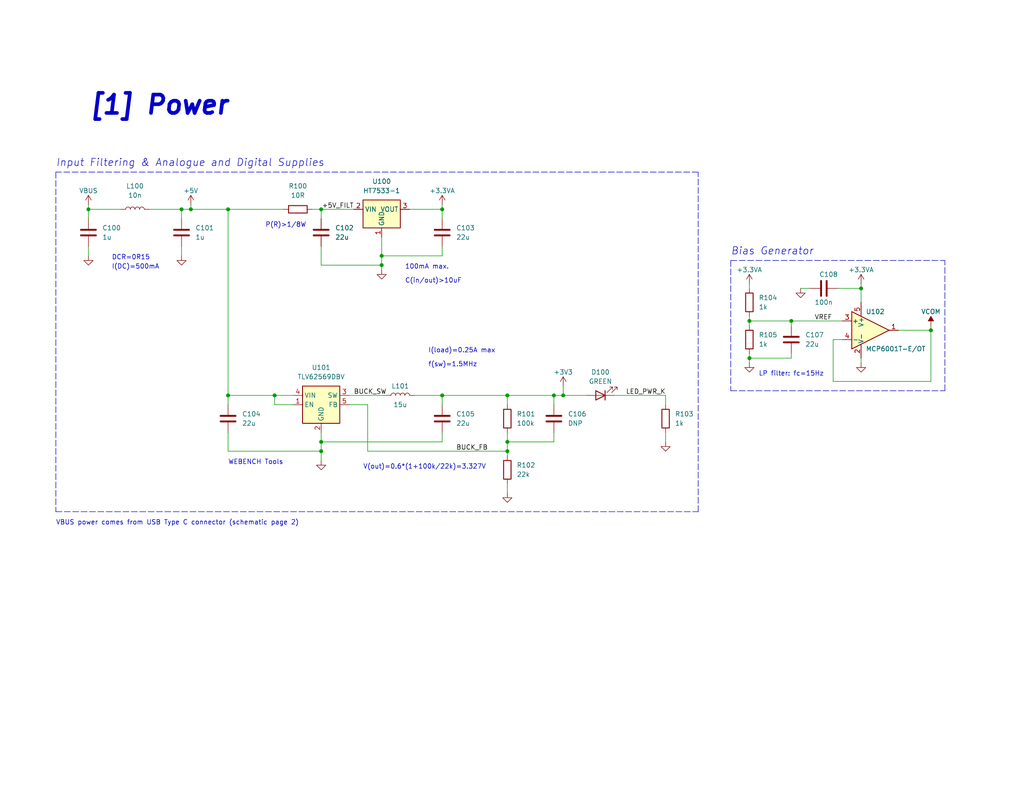
<source format=kicad_sch>
(kicad_sch (version 20211123) (generator eeschema)
  (paper "USLetter")
  (title_block (title "Mixed-Signal Demo PCB") (date "2022-10-05") (rev "1.0") (company "Cristóbal Cuevas Lagos"))
  (lib_symbols
    (symbol "Amplifier_Operational:MCP6001-OT" (pin_names (offset 0.127))
      (property "Reference" "U" (at -1.27 6.35 0))
      (property "Value" "MCP6001-OT" (at -1.27 3.81 0))
      (symbol "MCP6001-OT_0_1"
        (polyline (pts (xy -5.08 5.08) (xy 5.08 0) (xy -5.08 -5.08) (xy -5.08 5.08)) (stroke (width 0.254)) (fill (type background)))
        (pin power_in line (at -2.54 -7.62 90) (length 3.81) (name "V-") (number "2"))
        (pin power_in line (at -2.54 7.62 270) (length 3.81) (name "V+") (number "5"))
      )
      (symbol "MCP6001-OT_1_1"
        (pin output line (at 7.62 0 180) (length 2.54) (name "~") (number "1"))
        (pin input line (at -7.62 2.54 0) (length 2.54) (name "+") (number "3"))
        (pin input line (at -7.62 -2.54 0) (length 2.54) (name "-") (number "4"))
      )
    )
    (symbol "Device:C" (pin_numbers hide) (pin_names (offset 0.254))
      (property "Reference" "C" (at 0.635 2.54 0))
      (property "Value" "C" (at 0.635 -2.54 0))
      (symbol "C_0_1"
        (polyline (pts (xy -2.032 -0.762) (xy 2.032 -0.762)) (stroke (width 0.508)))
        (polyline (pts (xy -2.032 0.762) (xy 2.032 0.762)) (stroke (width 0.508)))
      )
      (symbol "C_1_1"
        (pin passive line (at 0 3.81 270) (length 2.794) (name "~") (number "1"))
        (pin passive line (at 0 -3.81 90) (length 2.794) (name "~") (number "2"))
      )
    )
    (symbol "Device:L" (pin_numbers hide) (pin_names (offset 1.016) hide)
      (property "Reference" "L" (at -1.27 0 90))
      (property "Value" "L" (at 1.905 0 90))
      (symbol "L_0_1"
        (arc (start 0 -2.54) (mid 0.635 -1.905) (end 0 -1.27))
        (arc (start 0 -1.27) (mid 0.635 -0.635) (end 0 0))
        (arc (start 0 0) (mid 0.635 0.635) (end 0 1.27))
        (arc (start 0 1.27) (mid 0.635 1.905) (end 0 2.54))
      )
      (symbol "L_1_1"
        (pin passive line (at 0 3.81 270) (length 1.27) (name "1") (number "1"))
        (pin passive line (at 0 -3.81 90) (length 1.27) (name "2") (number "2"))
      )
    )
    (symbol "Device:LED" (pin_numbers hide) (pin_names (offset 1.016) hide)
      (property "Reference" "D" (at 0 2.54 0))
      (property "Value" "LED" (at 0 -2.54 0))
      (symbol "LED_0_1"
        (polyline (pts (xy -1.27 -1.27) (xy -1.27 1.27)) (stroke (width 0.254)))
        (polyline (pts (xy -1.27 0) (xy 1.27 0)))
        (polyline (pts (xy 1.27 -1.27) (xy 1.27 1.27) (xy -1.27 0) (xy 1.27 -1.27)) (stroke (width 0.254)))
        (polyline (pts (xy -3.048 -0.762) (xy -4.572 -2.286) (xy -3.81 -2.286) (xy -4.572 -2.286) (xy -4.572 -1.524)))
        (polyline (pts (xy -1.778 -0.762) (xy -3.302 -2.286) (xy -2.54 -2.286) (xy -3.302 -2.286) (xy -3.302 -1.524)))
      )
      (symbol "LED_1_1"
        (pin passive line (at -3.81 0 0) (length 2.54) (name "K") (number "1"))
        (pin passive line (at 3.81 0 180) (length 2.54) (name "A") (number "2"))
      )
    )
    (symbol "Device:R" (pin_numbers hide) (pin_names (offset 0))
      (property "Reference" "R" (at 2.032 0 90))
      (property "Value" "R" (at 0 0 90))
      (symbol "R_0_1"
        (rectangle (start -1.016 -2.54) (end 1.016 2.54) (stroke (width 0.254)))
      )
      (symbol "R_1_1"
        (pin passive line (at 0 3.81 270) (length 1.27) (name "~") (number "1"))
        (pin passive line (at 0 -3.81 90) (length 1.27) (name "~") (number "2"))
      )
    )
    (symbol "Regulator_Linear:HT75xx-1-SOT89"
      (property "Reference" "U" (at -5.08 -3.81 0))
      (property "Value" "HT75xx-1-SOT89" (at 0 6.35 0))
      (symbol "HT75xx-1-SOT89_0_1"
        (rectangle (start -5.08 5.08) (end 5.08 -2.54) (stroke (width 0.254)) (fill (type background)))
      )
      (symbol "HT75xx-1-SOT89_1_1"
        (pin power_in line (at 0 -5.08 90) (length 2.54) (name "GND") (number "1"))
        (pin power_in line (at -7.62 2.54 0) (length 2.54) (name "VIN") (number "2"))
        (pin power_out line (at 7.62 2.54 180) (length 2.54) (name "VOUT") (number "3"))
      )
    )
    (symbol "Regulator_Switching:TLV62569DBV"
      (property "Reference" "U" (at -5.08 6.35 0))
      (property "Value" "TLV62569DBV" (at 0 6.35 0))
      (symbol "TLV62569DBV_0_1"
        (rectangle (start -5.08 5.08) (end 5.08 -5.08) (stroke (width 0.254)) (fill (type background)))
      )
      (symbol "TLV62569DBV_1_1"
        (pin input line (at -7.62 0 0) (length 2.54) (name "EN") (number "1"))
        (pin power_in line (at 0 -7.62 90) (length 2.54) (name "GND") (number "2"))
        (pin power_out line (at 7.62 2.54 180) (length 2.54) (name "SW") (number "3"))
        (pin power_in line (at -7.62 2.54 0) (length 2.54) (name "VIN") (number "4"))
        (pin input line (at 7.62 0 180) (length 2.54) (name "FB") (number "5"))
      )
    )
    (symbol "power:+3.3VA" (power) (pin_names (offset 0))
      (property "Value" "+3.3VA" (at 0 3.556 0))
      (symbol "+3.3VA_0_1"
        (polyline (pts (xy -0.762 1.27) (xy 0 2.54)))
        (polyline (pts (xy 0 0) (xy 0 2.54)))
        (polyline (pts (xy 0 2.54) (xy 0.762 1.27)))
      )
      (symbol "+3.3VA_1_1"
        (pin power_in line (at 0 0 90) (length 0) hide (name "+3.3VA") (number "1"))
      )
    )
    (symbol "power:+3V3" (power) (pin_names (offset 0))
      (property "Value" "+3V3" (at 0 3.556 0))
      (symbol "+3V3_0_1"
        (polyline (pts (xy -0.762 1.27) (xy 0 2.54)))
        (polyline (pts (xy 0 0) (xy 0 2.54)))
        (polyline (pts (xy 0 2.54) (xy 0.762 1.27)))
      )
      (symbol "+3V3_1_1"
        (pin power_in line (at 0 0 90) (length 0) hide (name "+3V3") (number "1"))
      )
    )
    (symbol "power:+5V" (power) (pin_names (offset 0))
      (property "Value" "+5V" (at 0 3.556 0))
      (symbol "+5V_0_1"
        (polyline (pts (xy -0.762 1.27) (xy 0 2.54)))
        (polyline (pts (xy 0 0) (xy 0 2.54)))
        (polyline (pts (xy 0 2.54) (xy 0.762 1.27)))
      )
      (symbol "+5V_1_1"
        (pin power_in line (at 0 0 90) (length 0) hide (name "+5V") (number "1"))
      )
    )
    (symbol "power:GND" (power) (pin_names (offset 0))
      (property "Value" "GND" (at 0 -3.81 0))
      (symbol "GND_0_1"
        (polyline (pts (xy 0 0) (xy 0 -1.27) (xy 1.27 -1.27) (xy 0 -2.54) (xy -1.27 -1.27) (xy 0 -1.27)))
      )
      (symbol "GND_1_1"
        (pin power_in line (at 0 0 270) (length 0) hide (name "GND") (number "1"))
      )
    )
    (symbol "power:VBUS" (power) (pin_names (offset 0))
      (property "Value" "VBUS" (at 0 3.81 0))
      (symbol "VBUS_0_1"
        (polyline (pts (xy -0.762 1.27) (xy 0 2.54)))
        (polyline (pts (xy 0 0) (xy 0 2.54)))
        (polyline (pts (xy 0 2.54) (xy 0.762 1.27)))
      )
      (symbol "VBUS_1_1"
        (pin power_in line (at 0 0 90) (length 0) hide (name "VBUS") (number "1"))
      )
    )
    (symbol "power:VCOM" (power) (pin_names (offset 0))
      (property "Value" "VCOM" (at 0 3.81 0))
      (symbol "VCOM_0_1"
        (polyline (pts (xy 0 0) (xy 0 2.54)))
        (polyline (pts (xy 0.762 1.27) (xy -0.762 1.27) (xy 0 2.54) (xy 0.762 1.27)) (fill (type outline)))
      )
      (symbol "VCOM_1_1"
        (pin power_in line (at 0 0 90) (length 0) hide (name "VCOM") (number "1"))
      )
    )
  )
  (junction (at 104.14 69.85))
  (junction (at 62.23 107.95))
  (junction (at 138.43 107.95))
  (junction (at 138.43 123.19))
  (junction (at 254 90.17))
  (junction (at 138.43 120.65))
  (junction (at 215.9 87.63))
  (junction (at 74.93 107.95))
  (junction (at 24.13 57.15))
  (junction (at 120.65 57.15))
  (junction (at 87.63 123.19))
  (junction (at 87.63 120.65))
  (junction (at 234.95 78.74))
  (junction (at 153.67 107.95))
  (junction (at 104.14 72.39))
  (junction (at 120.65 107.95))
  (junction (at 204.47 87.63))
  (junction (at 62.23 57.15))
  (junction (at 151.13 107.95))
  (junction (at 204.47 97.79))
  (junction (at 87.63 57.15))
  (junction (at 49.53 57.15))
  (junction (at 52.07 57.15))
  (wire (pts (xy 215.9 88.9) (xy 215.9 87.63)))
  (wire (pts (xy 254 90.17) (xy 245.11 90.17)))
  (wire (pts (xy 87.63 125.73) (xy 87.63 123.19)))
  (wire (pts (xy 62.23 107.95) (xy 74.93 107.95)))
  (wire (pts (xy 228.6 78.74) (xy 234.95 78.74)))
  (polyline (pts (xy 199.39 106.68) (xy 257.81 106.68)))
  (wire (pts (xy 215.9 97.79) (xy 204.47 97.79)))
  (polyline (pts (xy 190.5 46.99) (xy 15.24 46.99)))
  (wire (pts (xy 49.53 69.85) (xy 49.53 67.31)))
  (polyline (pts (xy 199.39 71.12) (xy 257.81 71.12)))
  (wire (pts (xy 204.47 99.06) (xy 204.47 97.79)))
  (wire (pts (xy 167.64 107.95) (xy 181.61 107.95)))
  (polyline (pts (xy 190.5 139.7) (xy 190.5 46.99)))
  (wire (pts (xy 138.43 120.65) (xy 138.43 123.19)))
  (wire (pts (xy 62.23 110.49) (xy 62.23 107.95)))
  (wire (pts (xy 218.44 78.74) (xy 220.98 78.74)))
  (wire (pts (xy 215.9 96.52) (xy 215.9 97.79)))
  (wire (pts (xy 138.43 123.19) (xy 100.33 123.19)))
  (wire (pts (xy 87.63 123.19) (xy 87.63 120.65)))
  (wire (pts (xy 85.09 57.15) (xy 87.63 57.15)))
  (wire (pts (xy 62.23 107.95) (xy 62.23 57.15)))
  (wire (pts (xy 234.95 78.74) (xy 234.95 82.55)))
  (polyline (pts (xy 15.24 46.99) (xy 15.24 139.7)))
  (wire (pts (xy 96.52 57.15) (xy 87.63 57.15)))
  (wire (pts (xy 104.14 69.85) (xy 104.14 72.39)))
  (wire (pts (xy 100.33 123.19) (xy 100.33 110.49)))
  (wire (pts (xy 120.65 120.65) (xy 87.63 120.65)))
  (wire (pts (xy 120.65 107.95) (xy 120.65 110.49)))
  (wire (pts (xy 24.13 57.15) (xy 24.13 59.69)))
  (wire (pts (xy 153.67 105.41) (xy 153.67 107.95)))
  (wire (pts (xy 49.53 59.69) (xy 49.53 57.15)))
  (wire (pts (xy 181.61 110.49) (xy 181.61 107.95)))
  (wire (pts (xy 62.23 123.19) (xy 62.23 118.11)))
  (wire (pts (xy 138.43 110.49) (xy 138.43 107.95)))
  (wire (pts (xy 104.14 72.39) (xy 87.63 72.39)))
  (wire (pts (xy 227.33 104.14) (xy 254 104.14)))
  (wire (pts (xy 24.13 57.15) (xy 33.02 57.15)))
  (wire (pts (xy 138.43 134.62) (xy 138.43 132.08)))
  (wire (pts (xy 215.9 87.63) (xy 229.87 87.63)))
  (wire (pts (xy 229.87 92.71) (xy 227.33 92.71)))
  (wire (pts (xy 52.07 57.15) (xy 49.53 57.15)))
  (wire (pts (xy 204.47 87.63) (xy 215.9 87.63)))
  (wire (pts (xy 254 88.9) (xy 254 90.17)))
  (wire (pts (xy 87.63 57.15) (xy 87.63 59.69)))
  (wire (pts (xy 120.65 118.11) (xy 120.65 120.65)))
  (wire (pts (xy 24.13 55.88) (xy 24.13 57.15)))
  (wire (pts (xy 113.03 107.95) (xy 120.65 107.95)))
  (wire (pts (xy 87.63 67.31) (xy 87.63 72.39)))
  (wire (pts (xy 138.43 107.95) (xy 151.13 107.95)))
  (wire (pts (xy 74.93 110.49) (xy 80.01 110.49)))
  (wire (pts (xy 111.76 57.15) (xy 120.65 57.15)))
  (wire (pts (xy 74.93 110.49) (xy 74.93 107.95)))
  (polyline (pts (xy 199.39 71.12) (xy 199.39 106.68)))
  (wire (pts (xy 120.65 69.85) (xy 120.65 67.31)))
  (wire (pts (xy 204.47 97.79) (xy 204.47 96.52)))
  (wire (pts (xy 160.02 107.95) (xy 153.67 107.95)))
  (wire (pts (xy 105.41 107.95) (xy 95.25 107.95)))
  (polyline (pts (xy 257.81 106.68) (xy 257.81 71.12)))
  (polyline (pts (xy 15.24 139.7) (xy 190.5 139.7)))
  (wire (pts (xy 254 90.17) (xy 254 104.14)))
  (wire (pts (xy 138.43 123.19) (xy 138.43 124.46)))
  (wire (pts (xy 151.13 118.11) (xy 151.13 120.65)))
  (wire (pts (xy 204.47 88.9) (xy 204.47 87.63)))
  (wire (pts (xy 104.14 69.85) (xy 120.65 69.85)))
  (wire (pts (xy 87.63 120.65) (xy 87.63 118.11)))
  (wire (pts (xy 95.25 110.49) (xy 100.33 110.49)))
  (wire (pts (xy 234.95 78.74) (xy 234.95 77.47)))
  (wire (pts (xy 77.47 57.15) (xy 62.23 57.15)))
  (wire (pts (xy 204.47 86.36) (xy 204.47 87.63)))
  (wire (pts (xy 104.14 64.77) (xy 104.14 69.85)))
  (wire (pts (xy 87.63 123.19) (xy 62.23 123.19)))
  (wire (pts (xy 204.47 77.47) (xy 204.47 78.74)))
  (wire (pts (xy 153.67 107.95) (xy 151.13 107.95)))
  (wire (pts (xy 138.43 118.11) (xy 138.43 120.65)))
  (wire (pts (xy 52.07 55.88) (xy 52.07 57.15)))
  (wire (pts (xy 40.64 57.15) (xy 49.53 57.15)))
  (wire (pts (xy 151.13 107.95) (xy 151.13 110.49)))
  (wire (pts (xy 24.13 69.85) (xy 24.13 67.31)))
  (wire (pts (xy 138.43 120.65) (xy 151.13 120.65)))
  (wire (pts (xy 181.61 120.65) (xy 181.61 118.11)))
  (wire (pts (xy 74.93 107.95) (xy 80.01 107.95)))
  (wire (pts (xy 227.33 92.71) (xy 227.33 104.14)))
  (wire (pts (xy 120.65 59.69) (xy 120.65 57.15)))
  (wire (pts (xy 234.95 99.06) (xy 234.95 97.79)))
  (wire (pts (xy 62.23 57.15) (xy 52.07 57.15)))
  (wire (pts (xy 104.14 72.39) (xy 104.14 73.66)))
  (wire (pts (xy 138.43 107.95) (xy 120.65 107.95)))
  (wire (pts (xy 120.65 55.88) (xy 120.65 57.15)))
  (text "DCR=0R15" (at 30.48 71.12 0) (effects (font (size 1.27 1.27)) (justify left bottom)))
  (text "C(in/out)>10uF" (at 110.49 77.47 0) (effects (font (size 1.27 1.27)) (justify left bottom)))
  (text "V(out)=0.6*(1+100k/22k)=3.327V" (at 99.06 128.27 0) (effects (font (size 1.27 1.27)) (justify left bottom)))
  (text "I(DC)=500mA" (at 30.48 73.66 0) (effects (font (size 1.27 1.27)) (justify left bottom)))
  (text "Bias Generator" (at 199.39 69.85 0) (effects (font (size 2.0066 2.0066) italic) (justify left bottom)))
  (text "LP filter: fc=15Hz" (at 207.01 102.87 0) (effects (font (size 1.27 1.27)) (justify left bottom)))
  (text "100mA max." (at 110.49 73.66 0) (effects (font (size 1.27 1.27)) (justify left bottom)))
  (text "f(sw)=1.5MHz" (at 116.84 100.33 0) (effects (font (size 1.27 1.27)) (justify left bottom)))
  (text "VBUS power comes from USB Type C connector (schematic page 2)" (at 15.24 143.51 0) (effects (font (size 1.27 1.27)) (justify left bottom)))
  (text "P(R)>1/8W" (at 72.39 62.23 0) (effects (font (size 1.27 1.27)) (justify left bottom)))
  (text "I(load)=0.25A max" (at 116.84 96.52 0) (effects (font (size 1.27 1.27)) (justify left bottom)))
  (text "Input Filtering & Analogue and Digital Supplies" (at 15.24 45.72 0) (effects (font (size 2.0066 2.0066) italic) (justify left bottom)))
  (text "[1] Power" (at 24.13 31.75 0) (effects (font (size 5.0038 5.0038) (thickness 1.0008) bold italic) (justify left bottom)))
  (text "WEBENCH Tools" (at 62.23 127 0) (effects (font (size 1.27 1.27)) (justify left bottom)))
  (label "+5V_FILT" (at 96.52 57.15 180))
  (label "VREF" (at 222.25 87.63 0))
  (label "LED_PWR_K" (at 181.61 107.95 180))
  (label "BUCK_SW" (at 96.52 107.95 0))
  (label "BUCK_FB" (at 124.46 123.19 0))
  (symbol (lib_id "power:GND") (at 104.14 73.66 0) (unit 1)
    (property "Reference" "#PWR010" (effects hide))
    (property "Value" "GND" (effects hide))
  )
  (symbol (lib_id "power:VCOM") (at 254 88.9 0) (unit 1)
    (property "Reference" "#PWR07" (effects hide))
    (property "Value" "VCOM" (at 254 85.09 0))
  )
  (symbol (lib_id "power:+3V3") (at 153.67 105.41 0) (unit 1)
    (property "Reference" "#PWR013" (effects hide))
    (property "Value" "+3V3" (at 153.67 101.6 0))
  )
  (symbol (lib_id "power:+5V") (at 52.07 55.88 0) (unit 1)
    (property "Reference" "#PWR05" (effects hide))
    (property "Value" "+5V" (at 52.07 52.07 0))
  )
  (symbol (lib_id "power:+3.3VA") (at 120.65 55.88 0) (unit 1)
    (property "Reference" "#PWR06" (effects hide))
    (property "Value" "+3.3VA" (at 120.65 52.07 0))
  )
  (symbol (lib_id "Regulator_Linear:HT75xx-1-SOT89") (at 104.14 59.69 0) (unit 1)
    (property "Reference" "U100" (at 104.14 49.53 0))
    (property "Value" "HT7533-1" (at 104.14 52.07 0))
    (property "Footprint" "Package_TO_SOT_SMD:SOT-89-3" (effects hide))
    (property "Datasheet" "https://www.holtek.com/documents/10179/116711/HT75xx-1v250.pdf" (effects hide))
  )
  (symbol (lib_id "Device:C") (at 87.63 63.5 0) (unit 1)
    (property "Reference" "C102" (at 91.44 62.23 0) (effects (justify left)))
    (property "Value" "22u" (at 91.44 64.77 0) (effects (justify left)))
    (property "Footprint" "Capacitor_SMD:C_0805_2012Metric" (effects hide))
  )
  (symbol (lib_id "Device:C") (at 120.65 63.5 0) (unit 1)
    (property "Reference" "C103" (at 124.46 62.23 0) (effects (justify left)))
    (property "Value" "22u" (at 124.46 64.77 0) (effects (justify left)))
    (property "Footprint" "Capacitor_SMD:C_0805_2012Metric" (effects hide))
  )
  (symbol (lib_id "power:VBUS") (at 24.13 55.88 0) (unit 1)
    (property "Reference" "#PWR04" (effects hide))
    (property "Value" "VBUS" (at 24.13 52.07 0))
  )
  (symbol (lib_id "Device:C") (at 24.13 63.5 0) (mirror y) (unit 1)
    (property "Reference" "C100" (at 33.02 62.23 0) (effects (justify left)))
    (property "Value" "1u" (at 30.48 64.77 0) (effects (justify left)))
    (property "Footprint" "Capacitor_SMD:C_0603_1608Metric" (effects hide))
  )
  (symbol (lib_id "Device:C") (at 49.53 63.5 0) (mirror y) (unit 1)
    (property "Reference" "C101" (at 58.42 62.23 0) (effects (justify left)))
    (property "Value" "1u" (at 55.88 64.77 0) (effects (justify left)))
    (property "Footprint" "Capacitor_SMD:C_0603_1608Metric" (effects hide))
  )
  (symbol (lib_id "power:GND") (at 24.13 69.85 0) (unit 1)
    (property "Reference" "#PWR08" (effects hide))
    (property "Value" "GND" (effects hide))
  )
  (symbol (lib_id "power:GND") (at 49.53 69.85 0) (unit 1)
    (property "Reference" "#PWR09" (effects hide))
    (property "Value" "GND" (effects hide))
  )
  (symbol (lib_id "Device:R") (at 81.28 57.15 270) (unit 1)
    (property "Reference" "R100" (at 81.28 50.8 90))
    (property "Value" "10R" (at 81.28 53.34 90))
    (property "Footprint" "Resistor_SMD:R_0805_2012Metric" (effects hide))
  )
  (symbol (lib_id "Amplifier_Operational:MCP6001-OT") (at 237.49 90.17 0) (unit 1)
    (property "Reference" "U102" (at 236.22 85.09 0) (effects (justify left)))
    (property "Value" "MCP6001T-E/OT" (at 236.22 95.25 0) (effects (justify left)))
    (property "Footprint" "Package_TO_SOT_SMD:SOT-23-5" (effects hide))
    (property "Datasheet" "http://ww1.microchip.com/downloads/en/DeviceDoc/21733j.pdf" (effects hide))
  )
  (symbol (lib_id "Device:C") (at 224.79 78.74 270) (unit 1)
    (property "Reference" "C108" (at 223.52 74.93 90) (effects (justify left)))
    (property "Value" "100n" (at 222.25 82.55 90) (effects (justify left)))
    (property "Footprint" "Capacitor_SMD:C_0402_1005Metric" (effects hide))
  )
  (symbol (lib_id "power:GND") (at 234.95 99.06 0) (unit 1)
    (property "Reference" "#PWR012" (effects hide))
    (property "Value" "GND" (effects hide))
  )
  (symbol (lib_id "power:GND") (at 218.44 78.74 0) (unit 1)
    (property "Reference" "#PWR03" (effects hide))
    (property "Value" "GND" (effects hide))
  )
  (symbol (lib_id "power:+3.3VA") (at 234.95 77.47 0) (unit 1)
    (property "Reference" "#PWR02" (effects hide))
    (property "Value" "+3.3VA" (at 234.95 73.66 0))
  )
  (symbol (lib_id "power:+3.3VA") (at 204.47 77.47 0) (unit 1)
    (property "Reference" "#PWR01" (effects hide))
    (property "Value" "+3.3VA" (at 204.47 73.66 0))
  )
  (symbol (lib_id "Device:R") (at 204.47 82.55 180) (unit 1)
    (property "Reference" "R104" (at 207.01 81.28 0) (effects (justify right)))
    (property "Value" "1k" (at 207.01 83.82 0) (effects (justify right)))
    (property "Footprint" "Resistor_SMD:R_0402_1005Metric" (effects hide))
  )
  (symbol (lib_id "Device:R") (at 204.47 92.71 180) (unit 1)
    (property "Reference" "R105" (at 207.01 91.44 0) (effects (justify right)))
    (property "Value" "1k" (at 207.01 93.98 0) (effects (justify right)))
    (property "Footprint" "Resistor_SMD:R_0402_1005Metric" (effects hide))
  )
  (symbol (lib_id "Device:C") (at 215.9 92.71 0) (unit 1)
    (property "Reference" "C107" (at 219.71 91.44 0) (effects (justify left)))
    (property "Value" "22u" (at 219.71 93.98 0) (effects (justify left)))
    (property "Footprint" "Capacitor_SMD:C_0805_2012Metric" (effects hide))
  )
  (symbol (lib_id "power:GND") (at 204.47 99.06 0) (unit 1)
    (property "Reference" "#PWR011" (effects hide))
    (property "Value" "GND" (effects hide))
  )
  (symbol (lib_id "Regulator_Switching:TLV62569DBV") (at 87.63 110.49 0) (unit 1)
    (property "Reference" "U101" (at 87.63 100.33 0))
    (property "Value" "TLV62569DBV" (at 87.63 102.87 0))
    (property "Footprint" "Package_TO_SOT_SMD:SOT-23-5" (effects hide))
    (property "Datasheet" "http://www.ti.com/lit/ds/symlink/tlv62569.pdf" (effects hide))
  )
  (symbol (lib_id "Device:L") (at 109.22 107.95 90) (unit 1)
    (property "Reference" "L101" (at 109.22 105.41 90))
    (property "Value" "15u" (at 109.22 110.49 90))
    (property "Footprint" "Mixed signal:MWSA0603S" (effects hide))
  )
  (symbol (lib_id "Device:C") (at 120.65 114.3 0) (unit 1)
    (property "Reference" "C105" (at 124.46 113.03 0) (effects (justify left)))
    (property "Value" "22u" (at 124.46 115.57 0) (effects (justify left)))
    (property "Footprint" "Capacitor_SMD:C_0805_2012Metric" (effects hide))
  )
  (symbol (lib_id "Device:R") (at 138.43 114.3 180) (unit 1)
    (property "Reference" "R101" (at 140.97 113.03 0) (effects (justify right)))
    (property "Value" "100k" (at 140.97 115.57 0) (effects (justify right)))
    (property "Footprint" "Resistor_SMD:R_0402_1005Metric" (effects hide))
  )
  (symbol (lib_id "power:GND") (at 87.63 125.73 0) (unit 1)
    (property "Reference" "#PWR015" (effects hide))
    (property "Value" "GND" (effects hide))
  )
  (symbol (lib_id "Device:C") (at 62.23 114.3 0) (unit 1)
    (property "Reference" "C104" (at 66.04 113.03 0) (effects (justify left)))
    (property "Value" "22u" (at 66.04 115.57 0) (effects (justify left)))
    (property "Footprint" "Capacitor_SMD:C_0805_2012Metric" (effects hide))
  )
  (symbol (lib_id "Device:R") (at 138.43 128.27 180) (unit 1)
    (property "Reference" "R102" (at 140.97 127 0) (effects (justify right)))
    (property "Value" "22k" (at 140.97 129.54 0) (effects (justify right)))
    (property "Footprint" "Resistor_SMD:R_0402_1005Metric" (effects hide))
  )
  (symbol (lib_id "Device:C") (at 151.13 114.3 0) (unit 1)
    (property "Reference" "C106" (at 154.94 113.03 0) (effects (justify left)))
    (property "Value" "DNP" (at 154.94 115.57 0) (effects (justify left)))
    (property "Footprint" "Capacitor_SMD:C_0402_1005Metric" (effects hide))
  )
  (symbol (lib_id "power:GND") (at 138.43 134.62 0) (unit 1)
    (property "Reference" "#PWR016" (effects hide))
    (property "Value" "GND" (effects hide))
  )
  (symbol (lib_id "Device:LED") (at 163.83 107.95 180) (unit 1)
    (property "Reference" "D100" (at 163.83 101.6 0))
    (property "Value" "GREEN" (at 163.83 104.14 0))
    (property "Footprint" "LED_SMD:LED_0603_1608Metric" (effects hide))
  )
  (symbol (lib_id "Device:R") (at 181.61 114.3 180) (unit 1)
    (property "Reference" "R103" (at 184.15 113.03 0) (effects (justify right)))
    (property "Value" "1k" (at 184.15 115.57 0) (effects (justify right)))
    (property "Footprint" "Resistor_SMD:R_0402_1005Metric" (effects hide))
  )
  (symbol (lib_id "power:GND") (at 181.61 120.65 0) (unit 1)
    (property "Reference" "#PWR014" (effects hide))
    (property "Value" "GND" (effects hide))
  )
  (symbol (lib_id "Device:L") (at 36.83 57.15 90) (unit 1)
    (property "Reference" "L100" (at 36.83 50.8 90))
    (property "Value" "10n" (at 36.83 53.34 90))
    (property "Footprint" "Inductor_SMD:L_0402_1005Metric" (effects hide))
  )
)
</source>
